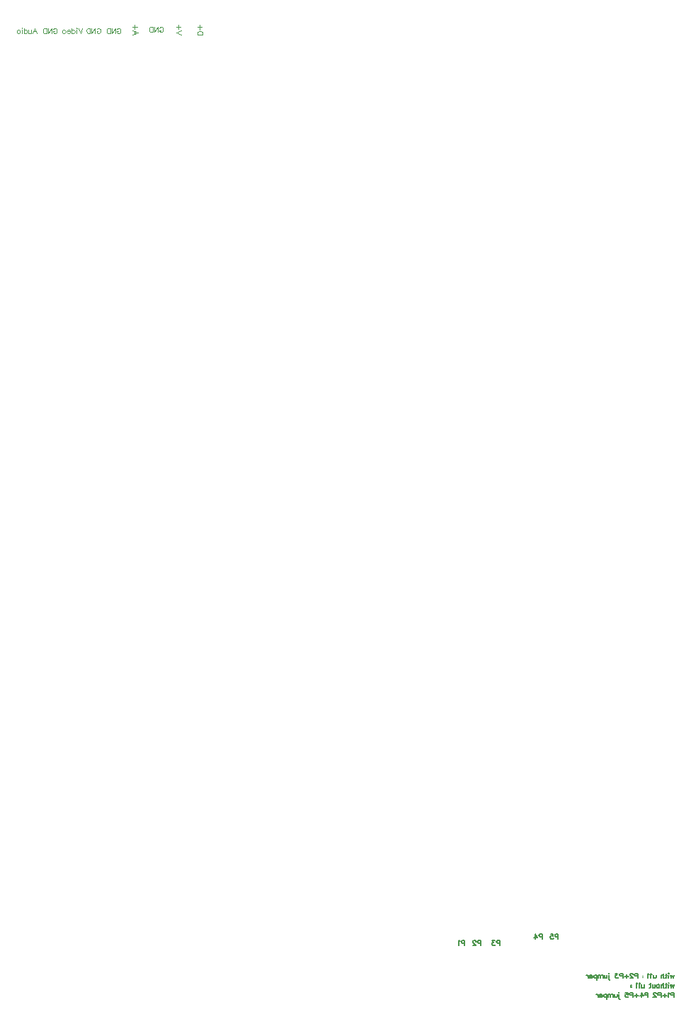
<source format=gbo>
G04 Layer: BottomSilkscreenLayer*
G04 EasyEDA v6.5.22, 2023-03-19 17:06:04*
G04 6de4cf73d5474d458a27f919fdc6bf28,a2f4cb7aa3704937908c5b59a0d1150c,10*
G04 Gerber Generator version 0.2*
G04 Scale: 100 percent, Rotated: No, Reflected: No *
G04 Dimensions in millimeters *
G04 leading zeros omitted , absolute positions ,4 integer and 5 decimal *
%FSLAX45Y45*%
%MOMM*%

%ADD10C,0.1000*%
%ADD11C,0.1500*%

%LPD*%
D10*
X4713790Y13665200D02*
G01*
X4651745Y13665200D01*
X4713790Y13665200D02*
G01*
X4713790Y13685880D01*
X4710836Y13694745D01*
X4704928Y13700653D01*
X4699017Y13703609D01*
X4690155Y13706563D01*
X4675380Y13706563D01*
X4666518Y13703609D01*
X4660607Y13700653D01*
X4654699Y13694745D01*
X4651745Y13685880D01*
X4651745Y13665200D01*
X4704928Y13752654D02*
G01*
X4651745Y13752654D01*
X4678337Y13726063D02*
G01*
X4678337Y13779245D01*
X4197482Y13741417D02*
G01*
X4200436Y13747328D01*
X4206346Y13753236D01*
X4212254Y13756190D01*
X4224073Y13756190D01*
X4229981Y13753236D01*
X4235891Y13747328D01*
X4238845Y13741417D01*
X4241800Y13732555D01*
X4241800Y13717780D01*
X4238845Y13708918D01*
X4235891Y13703007D01*
X4229981Y13697099D01*
X4224073Y13694145D01*
X4212254Y13694145D01*
X4206346Y13697099D01*
X4200436Y13703007D01*
X4197482Y13708918D01*
X4197482Y13717780D01*
X4212254Y13717780D02*
G01*
X4197482Y13717780D01*
X4177982Y13756190D02*
G01*
X4177982Y13694145D01*
X4177982Y13756190D02*
G01*
X4136618Y13694145D01*
X4136618Y13756190D02*
G01*
X4136618Y13694145D01*
X4117119Y13756190D02*
G01*
X4117119Y13694145D01*
X4117119Y13756190D02*
G01*
X4096435Y13756190D01*
X4087573Y13753236D01*
X4081663Y13747328D01*
X4078709Y13741417D01*
X4075755Y13732555D01*
X4075755Y13717780D01*
X4078709Y13708918D01*
X4081663Y13703007D01*
X4087573Y13697099D01*
X4096435Y13694145D01*
X4117119Y13694145D01*
X4459790Y13665200D02*
G01*
X4397745Y13688837D01*
X4459790Y13712471D02*
G01*
X4397745Y13688837D01*
X4450928Y13758562D02*
G01*
X4397745Y13758562D01*
X4424337Y13731971D02*
G01*
X4424337Y13785154D01*
X3939090Y13688837D02*
G01*
X3877045Y13665200D01*
X3939090Y13688837D02*
G01*
X3877045Y13712471D01*
X3897726Y13674064D02*
G01*
X3897726Y13703609D01*
X3930228Y13758562D02*
G01*
X3877045Y13758562D01*
X3903637Y13731971D02*
G01*
X3903637Y13785154D01*
X3689482Y13728717D02*
G01*
X3692436Y13734628D01*
X3698346Y13740536D01*
X3704254Y13743490D01*
X3716073Y13743490D01*
X3721981Y13740536D01*
X3727891Y13734628D01*
X3730845Y13728717D01*
X3733800Y13719855D01*
X3733800Y13705080D01*
X3730845Y13696218D01*
X3727891Y13690307D01*
X3721981Y13684399D01*
X3716073Y13681445D01*
X3704254Y13681445D01*
X3698346Y13684399D01*
X3692436Y13690307D01*
X3689482Y13696218D01*
X3689482Y13705080D01*
X3704254Y13705080D02*
G01*
X3689482Y13705080D01*
X3669982Y13743490D02*
G01*
X3669982Y13681445D01*
X3669982Y13743490D02*
G01*
X3628618Y13681445D01*
X3628618Y13743490D02*
G01*
X3628618Y13681445D01*
X3609119Y13743490D02*
G01*
X3609119Y13681445D01*
X3609119Y13743490D02*
G01*
X3588435Y13743490D01*
X3579573Y13740536D01*
X3573663Y13734628D01*
X3570709Y13728717D01*
X3567755Y13719855D01*
X3567755Y13705080D01*
X3570709Y13696218D01*
X3573663Y13690307D01*
X3579573Y13684399D01*
X3588435Y13681445D01*
X3609119Y13681445D01*
X3448182Y13728717D02*
G01*
X3451136Y13734628D01*
X3457046Y13740536D01*
X3462954Y13743490D01*
X3474773Y13743490D01*
X3480681Y13740536D01*
X3486591Y13734628D01*
X3489545Y13728717D01*
X3492500Y13719855D01*
X3492500Y13705080D01*
X3489545Y13696218D01*
X3486591Y13690307D01*
X3480681Y13684399D01*
X3474773Y13681445D01*
X3462954Y13681445D01*
X3457046Y13684399D01*
X3451136Y13690307D01*
X3448182Y13696218D01*
X3448182Y13705080D01*
X3462954Y13705080D02*
G01*
X3448182Y13705080D01*
X3428682Y13743490D02*
G01*
X3428682Y13681445D01*
X3428682Y13743490D02*
G01*
X3387318Y13681445D01*
X3387318Y13743490D02*
G01*
X3387318Y13681445D01*
X3367819Y13743490D02*
G01*
X3367819Y13681445D01*
X3367819Y13743490D02*
G01*
X3347135Y13743490D01*
X3338273Y13740536D01*
X3332363Y13734628D01*
X3329409Y13728717D01*
X3326455Y13719855D01*
X3326455Y13705080D01*
X3329409Y13696218D01*
X3332363Y13690307D01*
X3338273Y13684399D01*
X3347135Y13681445D01*
X3367819Y13681445D01*
X3276600Y13743490D02*
G01*
X3252962Y13681445D01*
X3229328Y13743490D02*
G01*
X3252962Y13681445D01*
X3209828Y13743490D02*
G01*
X3206871Y13740536D01*
X3203917Y13743490D01*
X3206871Y13746444D01*
X3209828Y13743490D01*
X3206871Y13722809D02*
G01*
X3206871Y13681445D01*
X3148965Y13743490D02*
G01*
X3148965Y13681445D01*
X3148965Y13713945D02*
G01*
X3154873Y13719855D01*
X3160781Y13722809D01*
X3169645Y13722809D01*
X3175553Y13719855D01*
X3181464Y13713945D01*
X3184418Y13705080D01*
X3184418Y13699172D01*
X3181464Y13690307D01*
X3175553Y13684399D01*
X3169645Y13681445D01*
X3160781Y13681445D01*
X3154873Y13684399D01*
X3148965Y13690307D01*
X3129462Y13705080D02*
G01*
X3094009Y13705080D01*
X3094009Y13710991D01*
X3096963Y13716899D01*
X3099917Y13719855D01*
X3105828Y13722809D01*
X3114690Y13722809D01*
X3120600Y13719855D01*
X3126508Y13713945D01*
X3129462Y13705080D01*
X3129462Y13699172D01*
X3126508Y13690307D01*
X3120600Y13684399D01*
X3114690Y13681445D01*
X3105828Y13681445D01*
X3099917Y13684399D01*
X3094009Y13690307D01*
X3059737Y13722809D02*
G01*
X3065645Y13719855D01*
X3071555Y13713945D01*
X3074509Y13705080D01*
X3074509Y13699172D01*
X3071555Y13690307D01*
X3065645Y13684399D01*
X3059737Y13681445D01*
X3050872Y13681445D01*
X3044964Y13684399D01*
X3039054Y13690307D01*
X3036100Y13699172D01*
X3036100Y13705080D01*
X3039054Y13713945D01*
X3044964Y13719855D01*
X3050872Y13722809D01*
X3059737Y13722809D01*
X2927482Y13728717D02*
G01*
X2930436Y13734628D01*
X2936346Y13740536D01*
X2942254Y13743490D01*
X2954073Y13743490D01*
X2959981Y13740536D01*
X2965891Y13734628D01*
X2968845Y13728717D01*
X2971800Y13719855D01*
X2971800Y13705080D01*
X2968845Y13696218D01*
X2965891Y13690307D01*
X2959981Y13684399D01*
X2954073Y13681445D01*
X2942254Y13681445D01*
X2936346Y13684399D01*
X2930436Y13690307D01*
X2927482Y13696218D01*
X2927482Y13705080D01*
X2942254Y13705080D02*
G01*
X2927482Y13705080D01*
X2907982Y13743490D02*
G01*
X2907982Y13681445D01*
X2907982Y13743490D02*
G01*
X2866618Y13681445D01*
X2866618Y13743490D02*
G01*
X2866618Y13681445D01*
X2847119Y13743490D02*
G01*
X2847119Y13681445D01*
X2847119Y13743490D02*
G01*
X2826435Y13743490D01*
X2817573Y13740536D01*
X2811663Y13734628D01*
X2808709Y13728717D01*
X2805755Y13719855D01*
X2805755Y13705080D01*
X2808709Y13696218D01*
X2811663Y13690307D01*
X2817573Y13684399D01*
X2826435Y13681445D01*
X2847119Y13681445D01*
X2706862Y13743490D02*
G01*
X2730500Y13681445D01*
X2706862Y13743490D02*
G01*
X2683228Y13681445D01*
X2721635Y13702126D02*
G01*
X2692090Y13702126D01*
X2663728Y13722809D02*
G01*
X2663728Y13693264D01*
X2660771Y13684399D01*
X2654863Y13681445D01*
X2645999Y13681445D01*
X2640091Y13684399D01*
X2631226Y13693264D01*
X2631226Y13722809D02*
G01*
X2631226Y13681445D01*
X2576273Y13743490D02*
G01*
X2576273Y13681445D01*
X2576273Y13713945D02*
G01*
X2582181Y13719855D01*
X2588092Y13722809D01*
X2596954Y13722809D01*
X2602865Y13719855D01*
X2608773Y13713945D01*
X2611727Y13705080D01*
X2611727Y13699172D01*
X2608773Y13690307D01*
X2602865Y13684399D01*
X2596954Y13681445D01*
X2588092Y13681445D01*
X2582181Y13684399D01*
X2576273Y13690307D01*
X2556774Y13743490D02*
G01*
X2553817Y13740536D01*
X2550863Y13743490D01*
X2553817Y13746444D01*
X2556774Y13743490D01*
X2553817Y13722809D02*
G01*
X2553817Y13681445D01*
X2516591Y13722809D02*
G01*
X2522499Y13719855D01*
X2528409Y13713945D01*
X2531363Y13705080D01*
X2531363Y13699172D01*
X2528409Y13690307D01*
X2522499Y13684399D01*
X2516591Y13681445D01*
X2507726Y13681445D01*
X2501818Y13684399D01*
X2495910Y13690307D01*
X2492954Y13699172D01*
X2492954Y13705080D01*
X2495910Y13713945D01*
X2501818Y13719855D01*
X2507726Y13722809D01*
X2516591Y13722809D01*
D11*
X7848600Y2841845D02*
G01*
X7848600Y2784571D01*
X7848600Y2841845D02*
G01*
X7824053Y2841845D01*
X7815872Y2839118D01*
X7813146Y2836390D01*
X7810418Y2830936D01*
X7810418Y2822755D01*
X7813146Y2817299D01*
X7815872Y2814571D01*
X7824053Y2811846D01*
X7848600Y2811846D01*
X7792417Y2830936D02*
G01*
X7786964Y2833664D01*
X7778783Y2841845D01*
X7778783Y2784571D01*
X8039100Y2841845D02*
G01*
X8039100Y2784571D01*
X8039100Y2841845D02*
G01*
X8014553Y2841845D01*
X8006372Y2839118D01*
X8003646Y2836390D01*
X8000918Y2830936D01*
X8000918Y2822755D01*
X8003646Y2817299D01*
X8006372Y2814571D01*
X8014553Y2811846D01*
X8039100Y2811846D01*
X7980189Y2828208D02*
G01*
X7980189Y2830936D01*
X7977464Y2836390D01*
X7974736Y2839118D01*
X7969283Y2841845D01*
X7958373Y2841845D01*
X7952917Y2839118D01*
X7950189Y2836390D01*
X7947464Y2830936D01*
X7947464Y2825480D01*
X7950189Y2820027D01*
X7955645Y2811846D01*
X7982917Y2784571D01*
X7944736Y2784571D01*
X8267700Y2841845D02*
G01*
X8267700Y2784571D01*
X8267700Y2841845D02*
G01*
X8243153Y2841845D01*
X8234972Y2839118D01*
X8232246Y2836390D01*
X8229518Y2830936D01*
X8229518Y2822755D01*
X8232246Y2817299D01*
X8234972Y2814571D01*
X8243153Y2811846D01*
X8267700Y2811846D01*
X8206064Y2841845D02*
G01*
X8176064Y2841845D01*
X8192427Y2820027D01*
X8184245Y2820027D01*
X8178789Y2817299D01*
X8176064Y2814571D01*
X8173336Y2806390D01*
X8173336Y2800936D01*
X8176064Y2792755D01*
X8181517Y2787299D01*
X8189699Y2784571D01*
X8197883Y2784571D01*
X8206064Y2787299D01*
X8208789Y2790027D01*
X8211517Y2795480D01*
X8775700Y2918045D02*
G01*
X8775700Y2860771D01*
X8775700Y2918045D02*
G01*
X8751153Y2918045D01*
X8742972Y2915318D01*
X8740246Y2912590D01*
X8737518Y2907136D01*
X8737518Y2898955D01*
X8740246Y2893499D01*
X8742972Y2890771D01*
X8751153Y2888046D01*
X8775700Y2888046D01*
X8692245Y2918045D02*
G01*
X8719517Y2879864D01*
X8678608Y2879864D01*
X8692245Y2918045D02*
G01*
X8692245Y2860771D01*
X8966200Y2918045D02*
G01*
X8966200Y2860771D01*
X8966200Y2918045D02*
G01*
X8941653Y2918045D01*
X8933472Y2915318D01*
X8930746Y2912590D01*
X8928018Y2907136D01*
X8928018Y2898955D01*
X8930746Y2893499D01*
X8933472Y2890771D01*
X8941653Y2888046D01*
X8966200Y2888046D01*
X8877289Y2918045D02*
G01*
X8904564Y2918045D01*
X8907289Y2893499D01*
X8904564Y2896227D01*
X8896383Y2898955D01*
X8888199Y2898955D01*
X8880017Y2896227D01*
X8874564Y2890771D01*
X8871836Y2882590D01*
X8871836Y2877136D01*
X8874564Y2868955D01*
X8880017Y2863499D01*
X8888199Y2860771D01*
X8896383Y2860771D01*
X8904564Y2863499D01*
X8907289Y2866227D01*
X8910017Y2871680D01*
X10350500Y2429055D02*
G01*
X10339590Y2390871D01*
X10328681Y2429055D02*
G01*
X10339590Y2390871D01*
X10328681Y2429055D02*
G01*
X10317772Y2390871D01*
X10306862Y2429055D02*
G01*
X10317772Y2390871D01*
X10288864Y2448145D02*
G01*
X10286136Y2445418D01*
X10283408Y2448145D01*
X10286136Y2450871D01*
X10288864Y2448145D01*
X10286136Y2429055D02*
G01*
X10286136Y2390871D01*
X10257228Y2448145D02*
G01*
X10257228Y2401780D01*
X10254500Y2393599D01*
X10249044Y2390871D01*
X10243591Y2390871D01*
X10265409Y2429055D02*
G01*
X10246319Y2429055D01*
X10225590Y2448145D02*
G01*
X10225590Y2390871D01*
X10225590Y2418146D02*
G01*
X10217409Y2426327D01*
X10211955Y2429055D01*
X10203771Y2429055D01*
X10198318Y2426327D01*
X10195590Y2418146D01*
X10195590Y2390871D01*
X10135590Y2429055D02*
G01*
X10135590Y2401780D01*
X10132865Y2393599D01*
X10127409Y2390871D01*
X10119227Y2390871D01*
X10113772Y2393599D01*
X10105590Y2401780D01*
X10105590Y2429055D02*
G01*
X10105590Y2390871D01*
X10087592Y2437236D02*
G01*
X10082136Y2439964D01*
X10073954Y2448145D01*
X10073954Y2390871D01*
X10055953Y2437236D02*
G01*
X10050500Y2439964D01*
X10042319Y2448145D01*
X10042319Y2390871D01*
X9979591Y2423599D02*
G01*
X9982319Y2420871D01*
X9979591Y2418146D01*
X9976863Y2420871D01*
X9979591Y2423599D01*
X9979591Y2404508D02*
G01*
X9982319Y2401780D01*
X9979591Y2399055D01*
X9976863Y2401780D01*
X9979591Y2404508D01*
X9918700Y2448145D02*
G01*
X9918700Y2390871D01*
X9918700Y2448145D02*
G01*
X9894153Y2448145D01*
X9885972Y2445418D01*
X9883246Y2442690D01*
X9880518Y2437236D01*
X9880518Y2429055D01*
X9883246Y2423599D01*
X9885972Y2420871D01*
X9894153Y2418146D01*
X9918700Y2418146D01*
X9859789Y2434508D02*
G01*
X9859789Y2437236D01*
X9857064Y2442690D01*
X9854336Y2445418D01*
X9848883Y2448145D01*
X9837973Y2448145D01*
X9832517Y2445418D01*
X9829789Y2442690D01*
X9827064Y2437236D01*
X9827064Y2431780D01*
X9829789Y2426327D01*
X9835245Y2418146D01*
X9862517Y2390871D01*
X9824336Y2390871D01*
X9781791Y2439964D02*
G01*
X9781791Y2390871D01*
X9806335Y2415418D02*
G01*
X9757244Y2415418D01*
X9739246Y2448145D02*
G01*
X9739246Y2390871D01*
X9739246Y2448145D02*
G01*
X9714699Y2448145D01*
X9706518Y2445418D01*
X9703790Y2442690D01*
X9701065Y2437236D01*
X9701065Y2429055D01*
X9703790Y2423599D01*
X9706518Y2420871D01*
X9714699Y2418146D01*
X9739246Y2418146D01*
X9677610Y2448145D02*
G01*
X9647610Y2448145D01*
X9663973Y2426327D01*
X9655792Y2426327D01*
X9650336Y2423599D01*
X9647610Y2420871D01*
X9644882Y2412690D01*
X9644882Y2407236D01*
X9647610Y2399055D01*
X9653064Y2393599D01*
X9661245Y2390871D01*
X9669426Y2390871D01*
X9677610Y2393599D01*
X9680336Y2396327D01*
X9683064Y2401780D01*
X9573973Y2448145D02*
G01*
X9571245Y2445418D01*
X9568517Y2448145D01*
X9571245Y2450871D01*
X9573973Y2448145D01*
X9571245Y2429055D02*
G01*
X9571245Y2382690D01*
X9573973Y2374508D01*
X9579427Y2371780D01*
X9584883Y2371780D01*
X9550519Y2429055D02*
G01*
X9550519Y2401780D01*
X9547791Y2393599D01*
X9542338Y2390871D01*
X9534154Y2390871D01*
X9528700Y2393599D01*
X9520519Y2401780D01*
X9520519Y2429055D02*
G01*
X9520519Y2390871D01*
X9502518Y2429055D02*
G01*
X9502518Y2390871D01*
X9502518Y2418146D02*
G01*
X9494337Y2426327D01*
X9488883Y2429055D01*
X9480699Y2429055D01*
X9475246Y2426327D01*
X9472518Y2418146D01*
X9472518Y2390871D01*
X9472518Y2418146D02*
G01*
X9464337Y2426327D01*
X9458883Y2429055D01*
X9450699Y2429055D01*
X9445246Y2426327D01*
X9442518Y2418146D01*
X9442518Y2390871D01*
X9424520Y2429055D02*
G01*
X9424520Y2371780D01*
X9424520Y2420871D02*
G01*
X9419064Y2426327D01*
X9413610Y2429055D01*
X9405429Y2429055D01*
X9399973Y2426327D01*
X9394520Y2420871D01*
X9391792Y2412690D01*
X9391792Y2407236D01*
X9394520Y2399055D01*
X9399973Y2393599D01*
X9405429Y2390871D01*
X9413610Y2390871D01*
X9419064Y2393599D01*
X9424520Y2399055D01*
X9373791Y2412690D02*
G01*
X9341065Y2412690D01*
X9341065Y2418146D01*
X9343791Y2423599D01*
X9346519Y2426327D01*
X9351972Y2429055D01*
X9360156Y2429055D01*
X9365609Y2426327D01*
X9371065Y2420871D01*
X9373791Y2412690D01*
X9373791Y2407236D01*
X9371065Y2399055D01*
X9365609Y2393599D01*
X9360156Y2390871D01*
X9351972Y2390871D01*
X9346519Y2393599D01*
X9341065Y2399055D01*
X9323064Y2429055D02*
G01*
X9323064Y2390871D01*
X9323064Y2412690D02*
G01*
X9320336Y2420871D01*
X9314883Y2426327D01*
X9309427Y2429055D01*
X9301246Y2429055D01*
X10350500Y2314755D02*
G01*
X10339590Y2276571D01*
X10328681Y2314755D02*
G01*
X10339590Y2276571D01*
X10328681Y2314755D02*
G01*
X10317772Y2276571D01*
X10306862Y2314755D02*
G01*
X10317772Y2276571D01*
X10288864Y2333845D02*
G01*
X10286136Y2331118D01*
X10283408Y2333845D01*
X10286136Y2336571D01*
X10288864Y2333845D01*
X10286136Y2314755D02*
G01*
X10286136Y2276571D01*
X10257228Y2333845D02*
G01*
X10257228Y2287480D01*
X10254500Y2279299D01*
X10249044Y2276571D01*
X10243591Y2276571D01*
X10265409Y2314755D02*
G01*
X10246319Y2314755D01*
X10225590Y2333845D02*
G01*
X10225590Y2276571D01*
X10225590Y2303846D02*
G01*
X10217409Y2312027D01*
X10211955Y2314755D01*
X10203771Y2314755D01*
X10198318Y2312027D01*
X10195590Y2303846D01*
X10195590Y2276571D01*
X10163954Y2314755D02*
G01*
X10169410Y2312027D01*
X10174864Y2306571D01*
X10177592Y2298390D01*
X10177592Y2292936D01*
X10174864Y2284755D01*
X10169410Y2279299D01*
X10163954Y2276571D01*
X10155773Y2276571D01*
X10150317Y2279299D01*
X10144864Y2284755D01*
X10142136Y2292936D01*
X10142136Y2298390D01*
X10144864Y2306571D01*
X10150317Y2312027D01*
X10155773Y2314755D01*
X10163954Y2314755D01*
X10124137Y2314755D02*
G01*
X10124137Y2287480D01*
X10121409Y2279299D01*
X10115953Y2276571D01*
X10107772Y2276571D01*
X10102319Y2279299D01*
X10094137Y2287480D01*
X10094137Y2314755D02*
G01*
X10094137Y2276571D01*
X10067955Y2333845D02*
G01*
X10067955Y2287480D01*
X10065227Y2279299D01*
X10059774Y2276571D01*
X10054318Y2276571D01*
X10076136Y2314755D02*
G01*
X10057046Y2314755D01*
X9994318Y2314755D02*
G01*
X9994318Y2287480D01*
X9991590Y2279299D01*
X9986136Y2276571D01*
X9977955Y2276571D01*
X9972499Y2279299D01*
X9964318Y2287480D01*
X9964318Y2314755D02*
G01*
X9964318Y2276571D01*
X9946319Y2322936D02*
G01*
X9940864Y2325664D01*
X9932682Y2333845D01*
X9932682Y2276571D01*
X9914681Y2322936D02*
G01*
X9909228Y2325664D01*
X9901047Y2333845D01*
X9901047Y2276571D01*
X9838319Y2309299D02*
G01*
X9841047Y2306571D01*
X9838319Y2303846D01*
X9835591Y2306571D01*
X9838319Y2309299D01*
X9838319Y2290208D02*
G01*
X9841047Y2287480D01*
X9838319Y2284755D01*
X9835591Y2287480D01*
X9838319Y2290208D01*
X10350500Y2219545D02*
G01*
X10350500Y2162271D01*
X10350500Y2219545D02*
G01*
X10325953Y2219545D01*
X10317772Y2216818D01*
X10315046Y2214090D01*
X10312318Y2208636D01*
X10312318Y2200455D01*
X10315046Y2194999D01*
X10317772Y2192271D01*
X10325953Y2189546D01*
X10350500Y2189546D01*
X10294317Y2208636D02*
G01*
X10288864Y2211364D01*
X10280683Y2219545D01*
X10280683Y2162271D01*
X10238135Y2211364D02*
G01*
X10238135Y2162271D01*
X10262682Y2186818D02*
G01*
X10213591Y2186818D01*
X10195590Y2219545D02*
G01*
X10195590Y2162271D01*
X10195590Y2219545D02*
G01*
X10171046Y2219545D01*
X10162865Y2216818D01*
X10160137Y2214090D01*
X10157409Y2208636D01*
X10157409Y2200455D01*
X10160137Y2194999D01*
X10162865Y2192271D01*
X10171046Y2189546D01*
X10195590Y2189546D01*
X10136682Y2205908D02*
G01*
X10136682Y2208636D01*
X10133954Y2214090D01*
X10131226Y2216818D01*
X10125773Y2219545D01*
X10114864Y2219545D01*
X10109410Y2216818D01*
X10106682Y2214090D01*
X10103954Y2208636D01*
X10103954Y2203180D01*
X10106682Y2197727D01*
X10112136Y2189546D01*
X10139410Y2162271D01*
X10101226Y2162271D01*
X10041227Y2219545D02*
G01*
X10041227Y2162271D01*
X10041227Y2219545D02*
G01*
X10016683Y2219545D01*
X10008501Y2216818D01*
X10005773Y2214090D01*
X10003045Y2208636D01*
X10003045Y2200455D01*
X10005773Y2194999D01*
X10008501Y2192271D01*
X10016683Y2189546D01*
X10041227Y2189546D01*
X9957772Y2219545D02*
G01*
X9985047Y2181364D01*
X9944138Y2181364D01*
X9957772Y2219545D02*
G01*
X9957772Y2162271D01*
X9901590Y2211364D02*
G01*
X9901590Y2162271D01*
X9926137Y2186818D02*
G01*
X9877046Y2186818D01*
X9859045Y2219545D02*
G01*
X9859045Y2162271D01*
X9859045Y2219545D02*
G01*
X9834501Y2219545D01*
X9826320Y2216818D01*
X9823592Y2214090D01*
X9820864Y2208636D01*
X9820864Y2200455D01*
X9823592Y2194999D01*
X9826320Y2192271D01*
X9834501Y2189546D01*
X9859045Y2189546D01*
X9770137Y2219545D02*
G01*
X9797409Y2219545D01*
X9800137Y2194999D01*
X9797409Y2197727D01*
X9789228Y2200455D01*
X9781047Y2200455D01*
X9772865Y2197727D01*
X9767409Y2192271D01*
X9764682Y2184090D01*
X9764682Y2178636D01*
X9767409Y2170455D01*
X9772865Y2164999D01*
X9781047Y2162271D01*
X9789228Y2162271D01*
X9797409Y2164999D01*
X9800137Y2167727D01*
X9802865Y2173180D01*
X9693772Y2219545D02*
G01*
X9691047Y2216818D01*
X9688319Y2219545D01*
X9691047Y2222271D01*
X9693772Y2219545D01*
X9691047Y2200455D02*
G01*
X9691047Y2154090D01*
X9693772Y2145908D01*
X9699228Y2143180D01*
X9704682Y2143180D01*
X9670318Y2200455D02*
G01*
X9670318Y2173180D01*
X9667593Y2164999D01*
X9662137Y2162271D01*
X9653955Y2162271D01*
X9648502Y2164999D01*
X9640318Y2173180D01*
X9640318Y2200455D02*
G01*
X9640318Y2162271D01*
X9622320Y2200455D02*
G01*
X9622320Y2162271D01*
X9622320Y2189546D02*
G01*
X9614138Y2197727D01*
X9608682Y2200455D01*
X9600501Y2200455D01*
X9595048Y2197727D01*
X9592320Y2189546D01*
X9592320Y2162271D01*
X9592320Y2189546D02*
G01*
X9584138Y2197727D01*
X9578682Y2200455D01*
X9570501Y2200455D01*
X9565048Y2197727D01*
X9562320Y2189546D01*
X9562320Y2162271D01*
X9544319Y2200455D02*
G01*
X9544319Y2143180D01*
X9544319Y2192271D02*
G01*
X9538865Y2197727D01*
X9533409Y2200455D01*
X9525228Y2200455D01*
X9519775Y2197727D01*
X9514319Y2192271D01*
X9511591Y2184090D01*
X9511591Y2178636D01*
X9514319Y2170455D01*
X9519775Y2164999D01*
X9525228Y2162271D01*
X9533409Y2162271D01*
X9538865Y2164999D01*
X9544319Y2170455D01*
X9493592Y2184090D02*
G01*
X9460865Y2184090D01*
X9460865Y2189546D01*
X9463592Y2194999D01*
X9466320Y2197727D01*
X9471774Y2200455D01*
X9479955Y2200455D01*
X9485411Y2197727D01*
X9490864Y2192271D01*
X9493592Y2184090D01*
X9493592Y2178636D01*
X9490864Y2170455D01*
X9485411Y2164999D01*
X9479955Y2162271D01*
X9471774Y2162271D01*
X9466320Y2164999D01*
X9460865Y2170455D01*
X9442866Y2200455D02*
G01*
X9442866Y2162271D01*
X9442866Y2184090D02*
G01*
X9440138Y2192271D01*
X9434682Y2197727D01*
X9429229Y2200455D01*
X9421047Y2200455D01*
M02*

</source>
